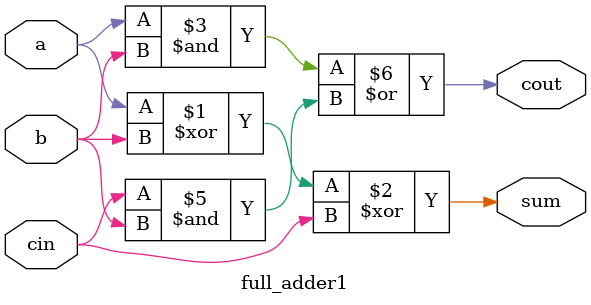
<source format=v>
module full_adder1(a,b,cin,sum,cout);
input a,b,cin;
output sum,cout;
assign sum = a^b^cin;
assign cout = a&b|cin&(1'b0|b); 
// initial begin
//     $display("The incorrect adder with or0 having in1/0");
// end   
endmodule
</source>
